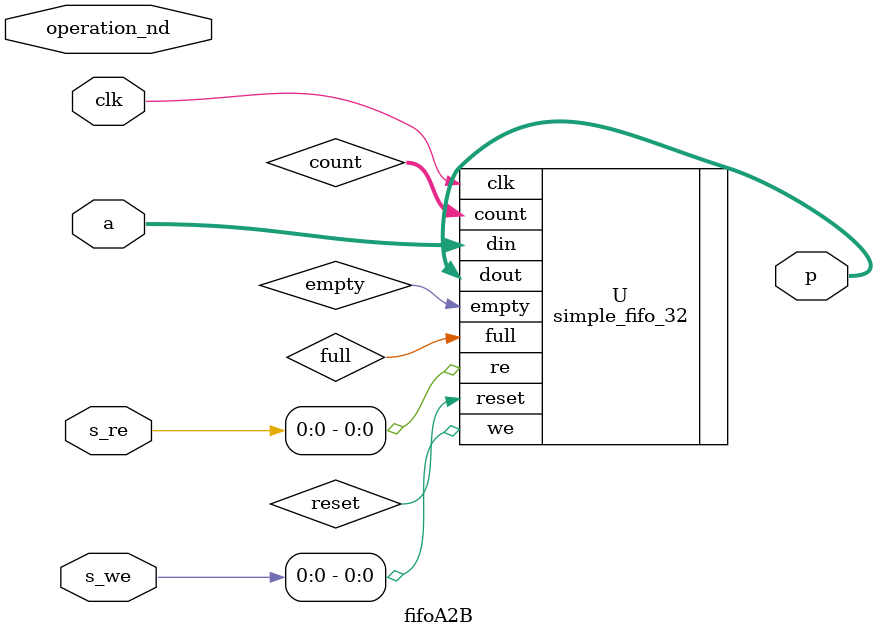
<source format=v>
module fifoA2B(
	input 	clk,
	input 	operation_nd,
	input 	[31:0] a,
	input 	[31:0]s_we,
	input 	[31:0]s_re,
	output 	[31:0] p
);

	wire reset;
	wire empty;
	wire full;
	wire [31:0] count;
	

	simple_fifo_32#(.WIDTH(32),.DEPTH(8))U(
		.clk(clk),
		.reset(reset),
		.we(s_we[0]),
		.din(a),
		.re(s_re[0]),
		.dout(p),
		.empty(empty),
		.full(full),
		.count(count)
	);


endmodule

</source>
